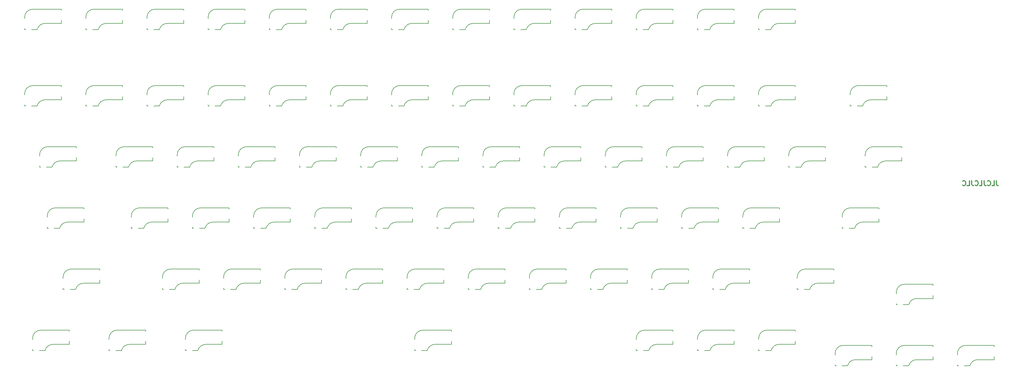
<source format=gbr>
%TF.GenerationSoftware,KiCad,Pcbnew,6.0.11-2627ca5db0~126~ubuntu22.04.1*%
%TF.CreationDate,2023-04-02T11:01:56+08:00*%
%TF.ProjectId,explorekb75,6578706c-6f72-4656-9b62-37352e6b6963,rev?*%
%TF.SameCoordinates,Original*%
%TF.FileFunction,Legend,Bot*%
%TF.FilePolarity,Positive*%
%FSLAX46Y46*%
G04 Gerber Fmt 4.6, Leading zero omitted, Abs format (unit mm)*
G04 Created by KiCad (PCBNEW 6.0.11-2627ca5db0~126~ubuntu22.04.1) date 2023-04-02 11:01:56*
%MOMM*%
%LPD*%
G01*
G04 APERTURE LIST*
%ADD10C,0.300000*%
%ADD11C,0.150000*%
G04 APERTURE END LIST*
D10*
X379700000Y-123978571D02*
X379700000Y-125050000D01*
X379771428Y-125264285D01*
X379914285Y-125407142D01*
X380128571Y-125478571D01*
X380271428Y-125478571D01*
X378271428Y-125478571D02*
X378985714Y-125478571D01*
X378985714Y-123978571D01*
X376914285Y-125335714D02*
X376985714Y-125407142D01*
X377200000Y-125478571D01*
X377342857Y-125478571D01*
X377557142Y-125407142D01*
X377700000Y-125264285D01*
X377771428Y-125121428D01*
X377842857Y-124835714D01*
X377842857Y-124621428D01*
X377771428Y-124335714D01*
X377700000Y-124192857D01*
X377557142Y-124050000D01*
X377342857Y-123978571D01*
X377200000Y-123978571D01*
X376985714Y-124050000D01*
X376914285Y-124121428D01*
X375842857Y-123978571D02*
X375842857Y-125050000D01*
X375914285Y-125264285D01*
X376057142Y-125407142D01*
X376271428Y-125478571D01*
X376414285Y-125478571D01*
X374414285Y-125478571D02*
X375128571Y-125478571D01*
X375128571Y-123978571D01*
X373057142Y-125335714D02*
X373128571Y-125407142D01*
X373342857Y-125478571D01*
X373485714Y-125478571D01*
X373700000Y-125407142D01*
X373842857Y-125264285D01*
X373914285Y-125121428D01*
X373985714Y-124835714D01*
X373985714Y-124621428D01*
X373914285Y-124335714D01*
X373842857Y-124192857D01*
X373700000Y-124050000D01*
X373485714Y-123978571D01*
X373342857Y-123978571D01*
X373128571Y-124050000D01*
X373057142Y-124121428D01*
X371985714Y-123978571D02*
X371985714Y-125050000D01*
X372057142Y-125264285D01*
X372200000Y-125407142D01*
X372414285Y-125478571D01*
X372557142Y-125478571D01*
X370557142Y-125478571D02*
X371271428Y-125478571D01*
X371271428Y-123978571D01*
X369200000Y-125335714D02*
X369271428Y-125407142D01*
X369485714Y-125478571D01*
X369628571Y-125478571D01*
X369842857Y-125407142D01*
X369985714Y-125264285D01*
X370057142Y-125121428D01*
X370128571Y-124835714D01*
X370128571Y-124621428D01*
X370057142Y-124335714D01*
X369985714Y-124192857D01*
X369842857Y-124050000D01*
X369628571Y-123978571D01*
X369485714Y-123978571D01*
X369271428Y-124050000D01*
X369200000Y-124121428D01*
D11*
%TO.C,SW6*%
X172187485Y-73030000D02*
X172187485Y-73411000D01*
X176073323Y-76840000D02*
X174346485Y-76840000D01*
X183617485Y-73919000D02*
X183617485Y-74935000D01*
X172568485Y-76840000D02*
X172187485Y-76840000D01*
X183617485Y-70490000D02*
X183617485Y-70871000D01*
X174727485Y-70490000D02*
X183617485Y-70490000D01*
X183617485Y-74935000D02*
X178537485Y-74935000D01*
X172187485Y-76459000D02*
X172187485Y-76840000D01*
X178537485Y-74934999D02*
G75*
G03*
X176073323Y-76858960I0J-2540000D01*
G01*
X174727485Y-70490000D02*
G75*
G03*
X172187485Y-73030000I1J-2540001D01*
G01*
%TO.C,SW1*%
X76937485Y-76459000D02*
X76937485Y-76840000D01*
X88367485Y-70490000D02*
X88367485Y-70871000D01*
X88367485Y-73919000D02*
X88367485Y-74935000D01*
X80823323Y-76840000D02*
X79096485Y-76840000D01*
X76937485Y-73030000D02*
X76937485Y-73411000D01*
X88367485Y-74935000D02*
X83287485Y-74935000D01*
X79477485Y-70490000D02*
X88367485Y-70490000D01*
X77318485Y-76840000D02*
X76937485Y-76840000D01*
X79477485Y-70490000D02*
G75*
G03*
X76937485Y-73030000I1J-2540001D01*
G01*
X83287485Y-74934999D02*
G75*
G03*
X80823323Y-76858960I0J-2540000D01*
G01*
%TO.C,SW54*%
X284164985Y-132402500D02*
X293054985Y-132402500D01*
X293054985Y-135831500D02*
X293054985Y-136847500D01*
X293054985Y-136847500D02*
X287974985Y-136847500D01*
X282005985Y-138752500D02*
X281624985Y-138752500D01*
X281624985Y-138371500D02*
X281624985Y-138752500D01*
X285510823Y-138752500D02*
X283783985Y-138752500D01*
X293054985Y-132402500D02*
X293054985Y-132783500D01*
X281624985Y-134942500D02*
X281624985Y-135323500D01*
X287974985Y-136847499D02*
G75*
G03*
X285510823Y-138771460I0J-2540000D01*
G01*
X284164985Y-132402500D02*
G75*
G03*
X281624985Y-134942500I1J-2540001D01*
G01*
%TO.C,SW62*%
X196443485Y-157802500D02*
X196062485Y-157802500D01*
X207492485Y-154881500D02*
X207492485Y-155897500D01*
X196062485Y-153992500D02*
X196062485Y-154373500D01*
X196062485Y-157421500D02*
X196062485Y-157802500D01*
X207492485Y-155897500D02*
X202412485Y-155897500D01*
X199948323Y-157802500D02*
X198221485Y-157802500D01*
X207492485Y-151452500D02*
X207492485Y-151833500D01*
X198602485Y-151452500D02*
X207492485Y-151452500D01*
X202412485Y-155897499D02*
G75*
G03*
X199948323Y-157821460I0J-2540000D01*
G01*
X198602485Y-151452500D02*
G75*
G03*
X196062485Y-153992500I1J-2540001D01*
G01*
%TO.C,SW43*%
X350204985Y-116781500D02*
X350204985Y-117797500D01*
X342660823Y-119702500D02*
X340933985Y-119702500D01*
X338774985Y-119321500D02*
X338774985Y-119702500D01*
X350204985Y-117797500D02*
X345124985Y-117797500D01*
X341314985Y-113352500D02*
X350204985Y-113352500D01*
X338774985Y-115892500D02*
X338774985Y-116273500D01*
X339155985Y-119702500D02*
X338774985Y-119702500D01*
X350204985Y-113352500D02*
X350204985Y-113733500D01*
X341314985Y-113352500D02*
G75*
G03*
X338774985Y-115892500I1J-2540001D01*
G01*
X345124985Y-117797499D02*
G75*
G03*
X342660823Y-119721460I0J-2540000D01*
G01*
%TO.C,SW74*%
X278929985Y-170502500D02*
X278929985Y-170883500D01*
X271385823Y-176852500D02*
X269658985Y-176852500D01*
X270039985Y-170502500D02*
X278929985Y-170502500D01*
X267499985Y-173042500D02*
X267499985Y-173423500D01*
X278929985Y-174947500D02*
X273849985Y-174947500D01*
X278929985Y-173931500D02*
X278929985Y-174947500D01*
X267499985Y-176471500D02*
X267499985Y-176852500D01*
X267880985Y-176852500D02*
X267499985Y-176852500D01*
X273849985Y-174947499D02*
G75*
G03*
X271385823Y-176871460I0J-2540000D01*
G01*
X270039985Y-170502500D02*
G75*
G03*
X267499985Y-173042500I1J-2540001D01*
G01*
%TO.C,SW60*%
X157962485Y-157421500D02*
X157962485Y-157802500D01*
X160502485Y-151452500D02*
X169392485Y-151452500D01*
X169392485Y-151452500D02*
X169392485Y-151833500D01*
X169392485Y-154881500D02*
X169392485Y-155897500D01*
X157962485Y-153992500D02*
X157962485Y-154373500D01*
X169392485Y-155897500D02*
X164312485Y-155897500D01*
X161848323Y-157802500D02*
X160121485Y-157802500D01*
X158343485Y-157802500D02*
X157962485Y-157802500D01*
X164312485Y-155897499D02*
G75*
G03*
X161848323Y-157821460I0J-2540000D01*
G01*
X160502485Y-151452500D02*
G75*
G03*
X157962485Y-153992500I1J-2540001D01*
G01*
%TO.C,SW69*%
X352348323Y-162565000D02*
X350621485Y-162565000D01*
X359892485Y-156215000D02*
X359892485Y-156596000D01*
X351002485Y-156215000D02*
X359892485Y-156215000D01*
X359892485Y-160660000D02*
X354812485Y-160660000D01*
X348462485Y-158755000D02*
X348462485Y-159136000D01*
X359892485Y-159644000D02*
X359892485Y-160660000D01*
X348843485Y-162565000D02*
X348462485Y-162565000D01*
X348462485Y-162184000D02*
X348462485Y-162565000D01*
X354812485Y-160659999D02*
G75*
G03*
X352348323Y-162583960I0J-2540000D01*
G01*
X351002485Y-156215000D02*
G75*
G03*
X348462485Y-158755000I1J-2540001D01*
G01*
%TO.C,SW67*%
X293852485Y-151452500D02*
X302742485Y-151452500D01*
X291693485Y-157802500D02*
X291312485Y-157802500D01*
X295198323Y-157802500D02*
X293471485Y-157802500D01*
X302742485Y-155897500D02*
X297662485Y-155897500D01*
X291312485Y-157421500D02*
X291312485Y-157802500D01*
X291312485Y-153992500D02*
X291312485Y-154373500D01*
X302742485Y-151452500D02*
X302742485Y-151833500D01*
X302742485Y-154881500D02*
X302742485Y-155897500D01*
X293852485Y-151452500D02*
G75*
G03*
X291312485Y-153992500I1J-2540001D01*
G01*
X297662485Y-155897499D02*
G75*
G03*
X295198323Y-157821460I0J-2540000D01*
G01*
%TO.C,SW31*%
X116842485Y-117797500D02*
X111762485Y-117797500D01*
X105412485Y-119321500D02*
X105412485Y-119702500D01*
X105412485Y-115892500D02*
X105412485Y-116273500D01*
X116842485Y-113352500D02*
X116842485Y-113733500D01*
X107952485Y-113352500D02*
X116842485Y-113352500D01*
X109298323Y-119702500D02*
X107571485Y-119702500D01*
X116842485Y-116781500D02*
X116842485Y-117797500D01*
X105793485Y-119702500D02*
X105412485Y-119702500D01*
X107952485Y-113352500D02*
G75*
G03*
X105412485Y-115892500I1J-2540001D01*
G01*
X111762485Y-117797499D02*
G75*
G03*
X109298323Y-119721460I0J-2540000D01*
G01*
%TO.C,SW72*%
X138461235Y-173931500D02*
X138461235Y-174947500D01*
X138461235Y-174947500D02*
X133381235Y-174947500D01*
X127031235Y-173042500D02*
X127031235Y-173423500D01*
X130917073Y-176852500D02*
X129190235Y-176852500D01*
X127412235Y-176852500D02*
X127031235Y-176852500D01*
X129571235Y-170502500D02*
X138461235Y-170502500D01*
X138461235Y-170502500D02*
X138461235Y-170883500D01*
X127031235Y-176471500D02*
X127031235Y-176852500D01*
X129571235Y-170502500D02*
G75*
G03*
X127031235Y-173042500I1J-2540001D01*
G01*
X133381235Y-174947499D02*
G75*
G03*
X130917073Y-176871460I0J-2540000D01*
G01*
%TO.C,SW53*%
X274004985Y-135831500D02*
X274004985Y-136847500D01*
X265114985Y-132402500D02*
X274004985Y-132402500D01*
X266460823Y-138752500D02*
X264733985Y-138752500D01*
X262955985Y-138752500D02*
X262574985Y-138752500D01*
X262574985Y-134942500D02*
X262574985Y-135323500D01*
X262574985Y-138371500D02*
X262574985Y-138752500D01*
X274004985Y-136847500D02*
X268924985Y-136847500D01*
X274004985Y-132402500D02*
X274004985Y-132783500D01*
X265114985Y-132402500D02*
G75*
G03*
X262574985Y-134942500I1J-2540001D01*
G01*
X268924985Y-136847499D02*
G75*
G03*
X266460823Y-138771460I0J-2540000D01*
G01*
%TO.C,SW34*%
X173992485Y-116781500D02*
X173992485Y-117797500D01*
X162562485Y-115892500D02*
X162562485Y-116273500D01*
X162562485Y-119321500D02*
X162562485Y-119702500D01*
X162943485Y-119702500D02*
X162562485Y-119702500D01*
X173992485Y-113352500D02*
X173992485Y-113733500D01*
X165102485Y-113352500D02*
X173992485Y-113352500D01*
X173992485Y-117797500D02*
X168912485Y-117797500D01*
X166448323Y-119702500D02*
X164721485Y-119702500D01*
X165102485Y-113352500D02*
G75*
G03*
X162562485Y-115892500I1J-2540001D01*
G01*
X168912485Y-117797499D02*
G75*
G03*
X166448323Y-119721460I0J-2540000D01*
G01*
%TO.C,SW22*%
X191237485Y-100271500D02*
X191237485Y-100652500D01*
X193777485Y-94302500D02*
X202667485Y-94302500D01*
X202667485Y-94302500D02*
X202667485Y-94683500D01*
X191618485Y-100652500D02*
X191237485Y-100652500D01*
X202667485Y-97731500D02*
X202667485Y-98747500D01*
X202667485Y-98747500D02*
X197587485Y-98747500D01*
X191237485Y-96842500D02*
X191237485Y-97223500D01*
X195123323Y-100652500D02*
X193396485Y-100652500D01*
X193777485Y-94302500D02*
G75*
G03*
X191237485Y-96842500I1J-2540001D01*
G01*
X197587485Y-98747499D02*
G75*
G03*
X195123323Y-100671460I0J-2540000D01*
G01*
%TO.C,SW48*%
X167324985Y-138371500D02*
X167324985Y-138752500D01*
X178754985Y-132402500D02*
X178754985Y-132783500D01*
X167705985Y-138752500D02*
X167324985Y-138752500D01*
X167324985Y-134942500D02*
X167324985Y-135323500D01*
X178754985Y-135831500D02*
X178754985Y-136847500D01*
X169864985Y-132402500D02*
X178754985Y-132402500D01*
X178754985Y-136847500D02*
X173674985Y-136847500D01*
X171210823Y-138752500D02*
X169483985Y-138752500D01*
X173674985Y-136847499D02*
G75*
G03*
X171210823Y-138771460I0J-2540000D01*
G01*
X169864985Y-132402500D02*
G75*
G03*
X167324985Y-134942500I1J-2540001D01*
G01*
%TO.C,SW4*%
X137973323Y-76840000D02*
X136246485Y-76840000D01*
X145517485Y-74935000D02*
X140437485Y-74935000D01*
X145517485Y-70490000D02*
X145517485Y-70871000D01*
X136627485Y-70490000D02*
X145517485Y-70490000D01*
X134087485Y-73030000D02*
X134087485Y-73411000D01*
X134087485Y-76459000D02*
X134087485Y-76840000D01*
X145517485Y-73919000D02*
X145517485Y-74935000D01*
X134468485Y-76840000D02*
X134087485Y-76840000D01*
X136627485Y-70490000D02*
G75*
G03*
X134087485Y-73030000I1J-2540001D01*
G01*
X140437485Y-74934999D02*
G75*
G03*
X137973323Y-76858960I0J-2540000D01*
G01*
%TO.C,SW58*%
X120268485Y-157802500D02*
X119887485Y-157802500D01*
X131317485Y-151452500D02*
X131317485Y-151833500D01*
X131317485Y-154881500D02*
X131317485Y-155897500D01*
X122427485Y-151452500D02*
X131317485Y-151452500D01*
X119887485Y-157421500D02*
X119887485Y-157802500D01*
X123773323Y-157802500D02*
X122046485Y-157802500D01*
X131317485Y-155897500D02*
X126237485Y-155897500D01*
X119887485Y-153992500D02*
X119887485Y-154373500D01*
X122427485Y-151452500D02*
G75*
G03*
X119887485Y-153992500I1J-2540001D01*
G01*
X126237485Y-155897499D02*
G75*
G03*
X123773323Y-157821460I0J-2540000D01*
G01*
%TO.C,SW36*%
X200662485Y-115892500D02*
X200662485Y-116273500D01*
X203202485Y-113352500D02*
X212092485Y-113352500D01*
X212092485Y-116781500D02*
X212092485Y-117797500D01*
X204548323Y-119702500D02*
X202821485Y-119702500D01*
X201043485Y-119702500D02*
X200662485Y-119702500D01*
X212092485Y-113352500D02*
X212092485Y-113733500D01*
X200662485Y-119321500D02*
X200662485Y-119702500D01*
X212092485Y-117797500D02*
X207012485Y-117797500D01*
X207012485Y-117797499D02*
G75*
G03*
X204548323Y-119721460I0J-2540000D01*
G01*
X203202485Y-113352500D02*
G75*
G03*
X200662485Y-115892500I1J-2540001D01*
G01*
%TO.C,SW38*%
X250192485Y-117797500D02*
X245112485Y-117797500D01*
X238762485Y-115892500D02*
X238762485Y-116273500D01*
X239143485Y-119702500D02*
X238762485Y-119702500D01*
X238762485Y-119321500D02*
X238762485Y-119702500D01*
X250192485Y-116781500D02*
X250192485Y-117797500D01*
X241302485Y-113352500D02*
X250192485Y-113352500D01*
X242648323Y-119702500D02*
X240921485Y-119702500D01*
X250192485Y-113352500D02*
X250192485Y-113733500D01*
X241302485Y-113352500D02*
G75*
G03*
X238762485Y-115892500I1J-2540001D01*
G01*
X245112485Y-117797499D02*
G75*
G03*
X242648323Y-119721460I0J-2540000D01*
G01*
%TO.C,SW35*%
X181993485Y-119702500D02*
X181612485Y-119702500D01*
X193042485Y-113352500D02*
X193042485Y-113733500D01*
X193042485Y-116781500D02*
X193042485Y-117797500D01*
X193042485Y-117797500D02*
X187962485Y-117797500D01*
X184152485Y-113352500D02*
X193042485Y-113352500D01*
X181612485Y-119321500D02*
X181612485Y-119702500D01*
X181612485Y-115892500D02*
X181612485Y-116273500D01*
X185498323Y-119702500D02*
X183771485Y-119702500D01*
X187962485Y-117797499D02*
G75*
G03*
X185498323Y-119721460I0J-2540000D01*
G01*
X184152485Y-113352500D02*
G75*
G03*
X181612485Y-115892500I1J-2540001D01*
G01*
%TO.C,SW9*%
X229337485Y-73030000D02*
X229337485Y-73411000D01*
X240767485Y-70490000D02*
X240767485Y-70871000D01*
X233223323Y-76840000D02*
X231496485Y-76840000D01*
X231877485Y-70490000D02*
X240767485Y-70490000D01*
X240767485Y-73919000D02*
X240767485Y-74935000D01*
X240767485Y-74935000D02*
X235687485Y-74935000D01*
X229718485Y-76840000D02*
X229337485Y-76840000D01*
X229337485Y-76459000D02*
X229337485Y-76840000D01*
X235687485Y-74934999D02*
G75*
G03*
X233223323Y-76858960I0J-2540000D01*
G01*
X231877485Y-70490000D02*
G75*
G03*
X229337485Y-73030000I1J-2540001D01*
G01*
%TO.C,SW52*%
X254954985Y-135831500D02*
X254954985Y-136847500D01*
X243524985Y-138371500D02*
X243524985Y-138752500D01*
X254954985Y-132402500D02*
X254954985Y-132783500D01*
X243524985Y-134942500D02*
X243524985Y-135323500D01*
X246064985Y-132402500D02*
X254954985Y-132402500D01*
X254954985Y-136847500D02*
X249874985Y-136847500D01*
X243905985Y-138752500D02*
X243524985Y-138752500D01*
X247410823Y-138752500D02*
X245683985Y-138752500D01*
X246064985Y-132402500D02*
G75*
G03*
X243524985Y-134942500I1J-2540001D01*
G01*
X249874985Y-136847499D02*
G75*
G03*
X247410823Y-138771460I0J-2540000D01*
G01*
%TO.C,SW25*%
X248387485Y-96842500D02*
X248387485Y-97223500D01*
X248768485Y-100652500D02*
X248387485Y-100652500D01*
X250927485Y-94302500D02*
X259817485Y-94302500D01*
X252273323Y-100652500D02*
X250546485Y-100652500D01*
X259817485Y-98747500D02*
X254737485Y-98747500D01*
X248387485Y-100271500D02*
X248387485Y-100652500D01*
X259817485Y-97731500D02*
X259817485Y-98747500D01*
X259817485Y-94302500D02*
X259817485Y-94683500D01*
X250927485Y-94302500D02*
G75*
G03*
X248387485Y-96842500I1J-2540001D01*
G01*
X254737485Y-98747499D02*
G75*
G03*
X252273323Y-100671460I0J-2540000D01*
G01*
%TO.C,SW41*%
X295912485Y-115892500D02*
X295912485Y-116273500D01*
X307342485Y-116781500D02*
X307342485Y-117797500D01*
X296293485Y-119702500D02*
X295912485Y-119702500D01*
X307342485Y-117797500D02*
X302262485Y-117797500D01*
X307342485Y-113352500D02*
X307342485Y-113733500D01*
X295912485Y-119321500D02*
X295912485Y-119702500D01*
X299798323Y-119702500D02*
X298071485Y-119702500D01*
X298452485Y-113352500D02*
X307342485Y-113352500D01*
X298452485Y-113352500D02*
G75*
G03*
X295912485Y-115892500I1J-2540001D01*
G01*
X302262485Y-117797499D02*
G75*
G03*
X299798323Y-119721460I0J-2540000D01*
G01*
%TO.C,SW56*%
X343061235Y-135831500D02*
X343061235Y-136847500D01*
X332012235Y-138752500D02*
X331631235Y-138752500D01*
X343061235Y-136847500D02*
X337981235Y-136847500D01*
X334171235Y-132402500D02*
X343061235Y-132402500D01*
X331631235Y-138371500D02*
X331631235Y-138752500D01*
X331631235Y-134942500D02*
X331631235Y-135323500D01*
X335517073Y-138752500D02*
X333790235Y-138752500D01*
X343061235Y-132402500D02*
X343061235Y-132783500D01*
X334171235Y-132402500D02*
G75*
G03*
X331631235Y-134942500I1J-2540001D01*
G01*
X337981235Y-136847499D02*
G75*
G03*
X335517073Y-138771460I0J-2540000D01*
G01*
%TO.C,SW2*%
X107417485Y-70490000D02*
X107417485Y-70871000D01*
X95987485Y-76459000D02*
X95987485Y-76840000D01*
X95987485Y-73030000D02*
X95987485Y-73411000D01*
X107417485Y-74935000D02*
X102337485Y-74935000D01*
X98527485Y-70490000D02*
X107417485Y-70490000D01*
X96368485Y-76840000D02*
X95987485Y-76840000D01*
X99873323Y-76840000D02*
X98146485Y-76840000D01*
X107417485Y-73919000D02*
X107417485Y-74935000D01*
X102337485Y-74934999D02*
G75*
G03*
X99873323Y-76858960I0J-2540000D01*
G01*
X98527485Y-70490000D02*
G75*
G03*
X95987485Y-73030000I1J-2540001D01*
G01*
%TO.C,SW7*%
X195123323Y-76840000D02*
X193396485Y-76840000D01*
X191237485Y-76459000D02*
X191237485Y-76840000D01*
X202667485Y-74935000D02*
X197587485Y-74935000D01*
X191618485Y-76840000D02*
X191237485Y-76840000D01*
X193777485Y-70490000D02*
X202667485Y-70490000D01*
X202667485Y-70490000D02*
X202667485Y-70871000D01*
X202667485Y-73919000D02*
X202667485Y-74935000D01*
X191237485Y-73030000D02*
X191237485Y-73411000D01*
X193777485Y-70490000D02*
G75*
G03*
X191237485Y-73030000I1J-2540001D01*
G01*
X197587485Y-74934999D02*
G75*
G03*
X195123323Y-76858960I0J-2540000D01*
G01*
%TO.C,SW42*%
X314962485Y-115892500D02*
X314962485Y-116273500D01*
X315343485Y-119702500D02*
X314962485Y-119702500D01*
X318848323Y-119702500D02*
X317121485Y-119702500D01*
X317502485Y-113352500D02*
X326392485Y-113352500D01*
X326392485Y-113352500D02*
X326392485Y-113733500D01*
X326392485Y-117797500D02*
X321312485Y-117797500D01*
X314962485Y-119321500D02*
X314962485Y-119702500D01*
X326392485Y-116781500D02*
X326392485Y-117797500D01*
X317502485Y-113352500D02*
G75*
G03*
X314962485Y-115892500I1J-2540001D01*
G01*
X321312485Y-117797499D02*
G75*
G03*
X318848323Y-119721460I0J-2540000D01*
G01*
%TO.C,SW27*%
X286868485Y-100652500D02*
X286487485Y-100652500D01*
X290373323Y-100652500D02*
X288646485Y-100652500D01*
X297917485Y-98747500D02*
X292837485Y-98747500D01*
X286487485Y-96842500D02*
X286487485Y-97223500D01*
X286487485Y-100271500D02*
X286487485Y-100652500D01*
X289027485Y-94302500D02*
X297917485Y-94302500D01*
X297917485Y-97731500D02*
X297917485Y-98747500D01*
X297917485Y-94302500D02*
X297917485Y-94683500D01*
X289027485Y-94302500D02*
G75*
G03*
X286487485Y-96842500I1J-2540001D01*
G01*
X292837485Y-98747499D02*
G75*
G03*
X290373323Y-100671460I0J-2540000D01*
G01*
%TO.C,SW71*%
X107104573Y-176852500D02*
X105377735Y-176852500D01*
X105758735Y-170502500D02*
X114648735Y-170502500D01*
X103599735Y-176852500D02*
X103218735Y-176852500D01*
X114648735Y-173931500D02*
X114648735Y-174947500D01*
X114648735Y-174947500D02*
X109568735Y-174947500D01*
X103218735Y-176471500D02*
X103218735Y-176852500D01*
X114648735Y-170502500D02*
X114648735Y-170883500D01*
X103218735Y-173042500D02*
X103218735Y-173423500D01*
X105758735Y-170502500D02*
G75*
G03*
X103218735Y-173042500I1J-2540001D01*
G01*
X109568735Y-174947499D02*
G75*
G03*
X107104573Y-176871460I0J-2540000D01*
G01*
%TO.C,SW10*%
X250927485Y-70490000D02*
X259817485Y-70490000D01*
X248387485Y-76459000D02*
X248387485Y-76840000D01*
X259817485Y-73919000D02*
X259817485Y-74935000D01*
X252273323Y-76840000D02*
X250546485Y-76840000D01*
X259817485Y-74935000D02*
X254737485Y-74935000D01*
X248768485Y-76840000D02*
X248387485Y-76840000D01*
X248387485Y-73030000D02*
X248387485Y-73411000D01*
X259817485Y-70490000D02*
X259817485Y-70871000D01*
X250927485Y-70490000D02*
G75*
G03*
X248387485Y-73030000I1J-2540001D01*
G01*
X254737485Y-74934999D02*
G75*
G03*
X252273323Y-76858960I0J-2540000D01*
G01*
%TO.C,SW77*%
X340842485Y-179710000D02*
X335762485Y-179710000D01*
X331952485Y-175265000D02*
X340842485Y-175265000D01*
X340842485Y-175265000D02*
X340842485Y-175646000D01*
X329412485Y-177805000D02*
X329412485Y-178186000D01*
X329412485Y-181234000D02*
X329412485Y-181615000D01*
X340842485Y-178694000D02*
X340842485Y-179710000D01*
X333298323Y-181615000D02*
X331571485Y-181615000D01*
X329793485Y-181615000D02*
X329412485Y-181615000D01*
X331952485Y-175265000D02*
G75*
G03*
X329412485Y-177805000I1J-2540001D01*
G01*
X335762485Y-179709999D02*
G75*
G03*
X333298323Y-181633960I0J-2540000D01*
G01*
%TO.C,SW17*%
X96368485Y-100652500D02*
X95987485Y-100652500D01*
X99873323Y-100652500D02*
X98146485Y-100652500D01*
X107417485Y-97731500D02*
X107417485Y-98747500D01*
X98527485Y-94302500D02*
X107417485Y-94302500D01*
X107417485Y-98747500D02*
X102337485Y-98747500D01*
X95987485Y-96842500D02*
X95987485Y-97223500D01*
X95987485Y-100271500D02*
X95987485Y-100652500D01*
X107417485Y-94302500D02*
X107417485Y-94683500D01*
X98527485Y-94302500D02*
G75*
G03*
X95987485Y-96842500I1J-2540001D01*
G01*
X102337485Y-98747499D02*
G75*
G03*
X99873323Y-100671460I0J-2540000D01*
G01*
%TO.C,SW20*%
X153137485Y-100271500D02*
X153137485Y-100652500D01*
X153518485Y-100652500D02*
X153137485Y-100652500D01*
X157023323Y-100652500D02*
X155296485Y-100652500D01*
X164567485Y-98747500D02*
X159487485Y-98747500D01*
X164567485Y-97731500D02*
X164567485Y-98747500D01*
X164567485Y-94302500D02*
X164567485Y-94683500D01*
X155677485Y-94302500D02*
X164567485Y-94302500D01*
X153137485Y-96842500D02*
X153137485Y-97223500D01*
X155677485Y-94302500D02*
G75*
G03*
X153137485Y-96842500I1J-2540001D01*
G01*
X159487485Y-98747499D02*
G75*
G03*
X157023323Y-100671460I0J-2540000D01*
G01*
%TO.C,SW73*%
X202329573Y-176852500D02*
X200602735Y-176852500D01*
X198824735Y-176852500D02*
X198443735Y-176852500D01*
X198443735Y-173042500D02*
X198443735Y-173423500D01*
X209873735Y-174947500D02*
X204793735Y-174947500D01*
X198443735Y-176471500D02*
X198443735Y-176852500D01*
X209873735Y-170502500D02*
X209873735Y-170883500D01*
X200983735Y-170502500D02*
X209873735Y-170502500D01*
X209873735Y-173931500D02*
X209873735Y-174947500D01*
X204793735Y-174947499D02*
G75*
G03*
X202329573Y-176871460I0J-2540000D01*
G01*
X200983735Y-170502500D02*
G75*
G03*
X198443735Y-173042500I1J-2540001D01*
G01*
%TO.C,SW51*%
X235904985Y-136847500D02*
X230824985Y-136847500D01*
X227014985Y-132402500D02*
X235904985Y-132402500D01*
X224855985Y-138752500D02*
X224474985Y-138752500D01*
X224474985Y-138371500D02*
X224474985Y-138752500D01*
X224474985Y-134942500D02*
X224474985Y-135323500D01*
X235904985Y-135831500D02*
X235904985Y-136847500D01*
X228360823Y-138752500D02*
X226633985Y-138752500D01*
X235904985Y-132402500D02*
X235904985Y-132783500D01*
X227014985Y-132402500D02*
G75*
G03*
X224474985Y-134942500I1J-2540001D01*
G01*
X230824985Y-136847499D02*
G75*
G03*
X228360823Y-138771460I0J-2540000D01*
G01*
%TO.C,SW28*%
X305918485Y-100652500D02*
X305537485Y-100652500D01*
X309423323Y-100652500D02*
X307696485Y-100652500D01*
X316967485Y-94302500D02*
X316967485Y-94683500D01*
X308077485Y-94302500D02*
X316967485Y-94302500D01*
X305537485Y-96842500D02*
X305537485Y-97223500D01*
X316967485Y-98747500D02*
X311887485Y-98747500D01*
X305537485Y-100271500D02*
X305537485Y-100652500D01*
X316967485Y-97731500D02*
X316967485Y-98747500D01*
X311887485Y-98747499D02*
G75*
G03*
X309423323Y-100671460I0J-2540000D01*
G01*
X308077485Y-94302500D02*
G75*
G03*
X305537485Y-96842500I1J-2540001D01*
G01*
%TO.C,SW46*%
X133110823Y-138752500D02*
X131383985Y-138752500D01*
X140654985Y-136847500D02*
X135574985Y-136847500D01*
X129605985Y-138752500D02*
X129224985Y-138752500D01*
X129224985Y-134942500D02*
X129224985Y-135323500D01*
X131764985Y-132402500D02*
X140654985Y-132402500D01*
X129224985Y-138371500D02*
X129224985Y-138752500D01*
X140654985Y-135831500D02*
X140654985Y-136847500D01*
X140654985Y-132402500D02*
X140654985Y-132783500D01*
X135574985Y-136847499D02*
G75*
G03*
X133110823Y-138771460I0J-2540000D01*
G01*
X131764985Y-132402500D02*
G75*
G03*
X129224985Y-134942500I1J-2540001D01*
G01*
%TO.C,SW30*%
X81599985Y-115892500D02*
X81599985Y-116273500D01*
X84139985Y-113352500D02*
X93029985Y-113352500D01*
X93029985Y-117797500D02*
X87949985Y-117797500D01*
X93029985Y-113352500D02*
X93029985Y-113733500D01*
X93029985Y-116781500D02*
X93029985Y-117797500D01*
X81599985Y-119321500D02*
X81599985Y-119702500D01*
X81980985Y-119702500D02*
X81599985Y-119702500D01*
X85485823Y-119702500D02*
X83758985Y-119702500D01*
X84139985Y-113352500D02*
G75*
G03*
X81599985Y-115892500I1J-2540001D01*
G01*
X87949985Y-117797499D02*
G75*
G03*
X85485823Y-119721460I0J-2540000D01*
G01*
%TO.C,SW78*%
X359892485Y-178694000D02*
X359892485Y-179710000D01*
X351002485Y-175265000D02*
X359892485Y-175265000D01*
X348462485Y-177805000D02*
X348462485Y-178186000D01*
X352348323Y-181615000D02*
X350621485Y-181615000D01*
X359892485Y-175265000D02*
X359892485Y-175646000D01*
X348462485Y-181234000D02*
X348462485Y-181615000D01*
X348843485Y-181615000D02*
X348462485Y-181615000D01*
X359892485Y-179710000D02*
X354812485Y-179710000D01*
X354812485Y-179709999D02*
G75*
G03*
X352348323Y-181633960I0J-2540000D01*
G01*
X351002485Y-175265000D02*
G75*
G03*
X348462485Y-177805000I1J-2540001D01*
G01*
%TO.C,SW24*%
X229337485Y-96842500D02*
X229337485Y-97223500D01*
X229718485Y-100652500D02*
X229337485Y-100652500D01*
X231877485Y-94302500D02*
X240767485Y-94302500D01*
X233223323Y-100652500D02*
X231496485Y-100652500D01*
X240767485Y-94302500D02*
X240767485Y-94683500D01*
X240767485Y-97731500D02*
X240767485Y-98747500D01*
X229337485Y-100271500D02*
X229337485Y-100652500D01*
X240767485Y-98747500D02*
X235687485Y-98747500D01*
X231877485Y-94302500D02*
G75*
G03*
X229337485Y-96842500I1J-2540001D01*
G01*
X235687485Y-98747499D02*
G75*
G03*
X233223323Y-100671460I0J-2540000D01*
G01*
%TO.C,SW64*%
X234543485Y-157802500D02*
X234162485Y-157802500D01*
X245592485Y-154881500D02*
X245592485Y-155897500D01*
X234162485Y-153992500D02*
X234162485Y-154373500D01*
X245592485Y-151452500D02*
X245592485Y-151833500D01*
X245592485Y-155897500D02*
X240512485Y-155897500D01*
X234162485Y-157421500D02*
X234162485Y-157802500D01*
X236702485Y-151452500D02*
X245592485Y-151452500D01*
X238048323Y-157802500D02*
X236321485Y-157802500D01*
X236702485Y-151452500D02*
G75*
G03*
X234162485Y-153992500I1J-2540001D01*
G01*
X240512485Y-155897499D02*
G75*
G03*
X238048323Y-157821460I0J-2540000D01*
G01*
%TO.C,SW70*%
X90836235Y-170502500D02*
X90836235Y-170883500D01*
X79406235Y-176471500D02*
X79406235Y-176852500D01*
X79787235Y-176852500D02*
X79406235Y-176852500D01*
X79406235Y-173042500D02*
X79406235Y-173423500D01*
X90836235Y-174947500D02*
X85756235Y-174947500D01*
X83292073Y-176852500D02*
X81565235Y-176852500D01*
X81946235Y-170502500D02*
X90836235Y-170502500D01*
X90836235Y-173931500D02*
X90836235Y-174947500D01*
X85756235Y-174947499D02*
G75*
G03*
X83292073Y-176871460I0J-2540000D01*
G01*
X81946235Y-170502500D02*
G75*
G03*
X79406235Y-173042500I1J-2540001D01*
G01*
%TO.C,SW76*%
X308139985Y-170502500D02*
X317029985Y-170502500D01*
X305980985Y-176852500D02*
X305599985Y-176852500D01*
X305599985Y-176471500D02*
X305599985Y-176852500D01*
X305599985Y-173042500D02*
X305599985Y-173423500D01*
X309485823Y-176852500D02*
X307758985Y-176852500D01*
X317029985Y-173931500D02*
X317029985Y-174947500D01*
X317029985Y-170502500D02*
X317029985Y-170883500D01*
X317029985Y-174947500D02*
X311949985Y-174947500D01*
X311949985Y-174947499D02*
G75*
G03*
X309485823Y-176871460I0J-2540000D01*
G01*
X308139985Y-170502500D02*
G75*
G03*
X305599985Y-173042500I1J-2540001D01*
G01*
%TO.C,SW11*%
X271323323Y-76840000D02*
X269596485Y-76840000D01*
X267818485Y-76840000D02*
X267437485Y-76840000D01*
X278867485Y-73919000D02*
X278867485Y-74935000D01*
X278867485Y-74935000D02*
X273787485Y-74935000D01*
X267437485Y-76459000D02*
X267437485Y-76840000D01*
X267437485Y-73030000D02*
X267437485Y-73411000D01*
X269977485Y-70490000D02*
X278867485Y-70490000D01*
X278867485Y-70490000D02*
X278867485Y-70871000D01*
X273787485Y-74934999D02*
G75*
G03*
X271323323Y-76858960I0J-2540000D01*
G01*
X269977485Y-70490000D02*
G75*
G03*
X267437485Y-73030000I1J-2540001D01*
G01*
%TO.C,SW49*%
X190260823Y-138752500D02*
X188533985Y-138752500D01*
X186374985Y-134942500D02*
X186374985Y-135323500D01*
X197804985Y-132402500D02*
X197804985Y-132783500D01*
X197804985Y-136847500D02*
X192724985Y-136847500D01*
X197804985Y-135831500D02*
X197804985Y-136847500D01*
X188914985Y-132402500D02*
X197804985Y-132402500D01*
X186755985Y-138752500D02*
X186374985Y-138752500D01*
X186374985Y-138371500D02*
X186374985Y-138752500D01*
X192724985Y-136847499D02*
G75*
G03*
X190260823Y-138771460I0J-2540000D01*
G01*
X188914985Y-132402500D02*
G75*
G03*
X186374985Y-134942500I1J-2540001D01*
G01*
%TO.C,SW79*%
X378942485Y-179710000D02*
X373862485Y-179710000D01*
X367512485Y-181234000D02*
X367512485Y-181615000D01*
X370052485Y-175265000D02*
X378942485Y-175265000D01*
X367893485Y-181615000D02*
X367512485Y-181615000D01*
X367512485Y-177805000D02*
X367512485Y-178186000D01*
X371398323Y-181615000D02*
X369671485Y-181615000D01*
X378942485Y-175265000D02*
X378942485Y-175646000D01*
X378942485Y-178694000D02*
X378942485Y-179710000D01*
X370052485Y-175265000D02*
G75*
G03*
X367512485Y-177805000I1J-2540001D01*
G01*
X373862485Y-179709999D02*
G75*
G03*
X371398323Y-181633960I0J-2540000D01*
G01*
%TO.C,SW18*%
X115418485Y-100652500D02*
X115037485Y-100652500D01*
X115037485Y-96842500D02*
X115037485Y-97223500D01*
X115037485Y-100271500D02*
X115037485Y-100652500D01*
X126467485Y-97731500D02*
X126467485Y-98747500D01*
X117577485Y-94302500D02*
X126467485Y-94302500D01*
X126467485Y-98747500D02*
X121387485Y-98747500D01*
X118923323Y-100652500D02*
X117196485Y-100652500D01*
X126467485Y-94302500D02*
X126467485Y-94683500D01*
X121387485Y-98747499D02*
G75*
G03*
X118923323Y-100671460I0J-2540000D01*
G01*
X117577485Y-94302500D02*
G75*
G03*
X115037485Y-96842500I1J-2540001D01*
G01*
%TO.C,SW33*%
X147398323Y-119702500D02*
X145671485Y-119702500D01*
X143893485Y-119702500D02*
X143512485Y-119702500D01*
X143512485Y-119321500D02*
X143512485Y-119702500D01*
X143512485Y-115892500D02*
X143512485Y-116273500D01*
X154942485Y-117797500D02*
X149862485Y-117797500D01*
X154942485Y-113352500D02*
X154942485Y-113733500D01*
X154942485Y-116781500D02*
X154942485Y-117797500D01*
X146052485Y-113352500D02*
X154942485Y-113352500D01*
X146052485Y-113352500D02*
G75*
G03*
X143512485Y-115892500I1J-2540001D01*
G01*
X149862485Y-117797499D02*
G75*
G03*
X147398323Y-119721460I0J-2540000D01*
G01*
%TO.C,SW68*%
X329061235Y-155897500D02*
X323981235Y-155897500D01*
X317631235Y-153992500D02*
X317631235Y-154373500D01*
X318012235Y-157802500D02*
X317631235Y-157802500D01*
X321517073Y-157802500D02*
X319790235Y-157802500D01*
X320171235Y-151452500D02*
X329061235Y-151452500D01*
X317631235Y-157421500D02*
X317631235Y-157802500D01*
X329061235Y-151452500D02*
X329061235Y-151833500D01*
X329061235Y-154881500D02*
X329061235Y-155897500D01*
X323981235Y-155897499D02*
G75*
G03*
X321517073Y-157821460I0J-2540000D01*
G01*
X320171235Y-151452500D02*
G75*
G03*
X317631235Y-153992500I1J-2540001D01*
G01*
%TO.C,SW47*%
X148655985Y-138752500D02*
X148274985Y-138752500D01*
X152160823Y-138752500D02*
X150433985Y-138752500D01*
X159704985Y-135831500D02*
X159704985Y-136847500D01*
X159704985Y-132402500D02*
X159704985Y-132783500D01*
X150814985Y-132402500D02*
X159704985Y-132402500D01*
X148274985Y-134942500D02*
X148274985Y-135323500D01*
X148274985Y-138371500D02*
X148274985Y-138752500D01*
X159704985Y-136847500D02*
X154624985Y-136847500D01*
X150814985Y-132402500D02*
G75*
G03*
X148274985Y-134942500I1J-2540001D01*
G01*
X154624985Y-136847499D02*
G75*
G03*
X152160823Y-138771460I0J-2540000D01*
G01*
%TO.C,SW50*%
X216854985Y-136847500D02*
X211774985Y-136847500D01*
X205424985Y-134942500D02*
X205424985Y-135323500D01*
X209310823Y-138752500D02*
X207583985Y-138752500D01*
X205805985Y-138752500D02*
X205424985Y-138752500D01*
X205424985Y-138371500D02*
X205424985Y-138752500D01*
X216854985Y-135831500D02*
X216854985Y-136847500D01*
X207964985Y-132402500D02*
X216854985Y-132402500D01*
X216854985Y-132402500D02*
X216854985Y-132783500D01*
X207964985Y-132402500D02*
G75*
G03*
X205424985Y-134942500I1J-2540001D01*
G01*
X211774985Y-136847499D02*
G75*
G03*
X209310823Y-138771460I0J-2540000D01*
G01*
%TO.C,SW32*%
X135892485Y-116781500D02*
X135892485Y-117797500D01*
X127002485Y-113352500D02*
X135892485Y-113352500D01*
X135892485Y-113352500D02*
X135892485Y-113733500D01*
X124843485Y-119702500D02*
X124462485Y-119702500D01*
X124462485Y-119321500D02*
X124462485Y-119702500D01*
X135892485Y-117797500D02*
X130812485Y-117797500D01*
X128348323Y-119702500D02*
X126621485Y-119702500D01*
X124462485Y-115892500D02*
X124462485Y-116273500D01*
X130812485Y-117797499D02*
G75*
G03*
X128348323Y-119721460I0J-2540000D01*
G01*
X127002485Y-113352500D02*
G75*
G03*
X124462485Y-115892500I1J-2540001D01*
G01*
%TO.C,SW57*%
X92817073Y-157802500D02*
X91090235Y-157802500D01*
X100361235Y-154881500D02*
X100361235Y-155897500D01*
X88931235Y-157421500D02*
X88931235Y-157802500D01*
X91471235Y-151452500D02*
X100361235Y-151452500D01*
X100361235Y-155897500D02*
X95281235Y-155897500D01*
X100361235Y-151452500D02*
X100361235Y-151833500D01*
X89312235Y-157802500D02*
X88931235Y-157802500D01*
X88931235Y-153992500D02*
X88931235Y-154373500D01*
X95281235Y-155897499D02*
G75*
G03*
X92817073Y-157821460I0J-2540000D01*
G01*
X91471235Y-151452500D02*
G75*
G03*
X88931235Y-153992500I1J-2540001D01*
G01*
%TO.C,SW26*%
X269977485Y-94302500D02*
X278867485Y-94302500D01*
X267437485Y-100271500D02*
X267437485Y-100652500D01*
X267818485Y-100652500D02*
X267437485Y-100652500D01*
X278867485Y-94302500D02*
X278867485Y-94683500D01*
X278867485Y-97731500D02*
X278867485Y-98747500D01*
X271323323Y-100652500D02*
X269596485Y-100652500D01*
X267437485Y-96842500D02*
X267437485Y-97223500D01*
X278867485Y-98747500D02*
X273787485Y-98747500D01*
X269977485Y-94302500D02*
G75*
G03*
X267437485Y-96842500I1J-2540001D01*
G01*
X273787485Y-98747499D02*
G75*
G03*
X271323323Y-100671460I0J-2540000D01*
G01*
%TO.C,SW21*%
X176073323Y-100652500D02*
X174346485Y-100652500D01*
X183617485Y-98747500D02*
X178537485Y-98747500D01*
X172187485Y-96842500D02*
X172187485Y-97223500D01*
X172187485Y-100271500D02*
X172187485Y-100652500D01*
X183617485Y-97731500D02*
X183617485Y-98747500D01*
X183617485Y-94302500D02*
X183617485Y-94683500D01*
X172568485Y-100652500D02*
X172187485Y-100652500D01*
X174727485Y-94302500D02*
X183617485Y-94302500D01*
X178537485Y-98747499D02*
G75*
G03*
X176073323Y-100671460I0J-2540000D01*
G01*
X174727485Y-94302500D02*
G75*
G03*
X172187485Y-96842500I1J-2540001D01*
G01*
%TO.C,SW23*%
X221717485Y-98747500D02*
X216637485Y-98747500D01*
X221717485Y-97731500D02*
X221717485Y-98747500D01*
X210668485Y-100652500D02*
X210287485Y-100652500D01*
X210287485Y-100271500D02*
X210287485Y-100652500D01*
X212827485Y-94302500D02*
X221717485Y-94302500D01*
X221717485Y-94302500D02*
X221717485Y-94683500D01*
X210287485Y-96842500D02*
X210287485Y-97223500D01*
X214173323Y-100652500D02*
X212446485Y-100652500D01*
X212827485Y-94302500D02*
G75*
G03*
X210287485Y-96842500I1J-2540001D01*
G01*
X216637485Y-98747499D02*
G75*
G03*
X214173323Y-100671460I0J-2540000D01*
G01*
%TO.C,SW44*%
X83981235Y-138371500D02*
X83981235Y-138752500D01*
X86521235Y-132402500D02*
X95411235Y-132402500D01*
X87867073Y-138752500D02*
X86140235Y-138752500D01*
X95411235Y-136847500D02*
X90331235Y-136847500D01*
X95411235Y-132402500D02*
X95411235Y-132783500D01*
X84362235Y-138752500D02*
X83981235Y-138752500D01*
X95411235Y-135831500D02*
X95411235Y-136847500D01*
X83981235Y-134942500D02*
X83981235Y-135323500D01*
X86521235Y-132402500D02*
G75*
G03*
X83981235Y-134942500I1J-2540001D01*
G01*
X90331235Y-136847499D02*
G75*
G03*
X87867073Y-138771460I0J-2540000D01*
G01*
%TO.C,SW19*%
X134087485Y-96842500D02*
X134087485Y-97223500D01*
X145517485Y-94302500D02*
X145517485Y-94683500D01*
X134087485Y-100271500D02*
X134087485Y-100652500D01*
X145517485Y-98747500D02*
X140437485Y-98747500D01*
X145517485Y-97731500D02*
X145517485Y-98747500D01*
X137973323Y-100652500D02*
X136246485Y-100652500D01*
X136627485Y-94302500D02*
X145517485Y-94302500D01*
X134468485Y-100652500D02*
X134087485Y-100652500D01*
X136627485Y-94302500D02*
G75*
G03*
X134087485Y-96842500I1J-2540001D01*
G01*
X140437485Y-98747499D02*
G75*
G03*
X137973323Y-100671460I0J-2540000D01*
G01*
%TO.C,SW40*%
X276862485Y-119321500D02*
X276862485Y-119702500D01*
X279402485Y-113352500D02*
X288292485Y-113352500D01*
X288292485Y-117797500D02*
X283212485Y-117797500D01*
X288292485Y-116781500D02*
X288292485Y-117797500D01*
X288292485Y-113352500D02*
X288292485Y-113733500D01*
X277243485Y-119702500D02*
X276862485Y-119702500D01*
X280748323Y-119702500D02*
X279021485Y-119702500D01*
X276862485Y-115892500D02*
X276862485Y-116273500D01*
X279402485Y-113352500D02*
G75*
G03*
X276862485Y-115892500I1J-2540001D01*
G01*
X283212485Y-117797499D02*
G75*
G03*
X280748323Y-119721460I0J-2540000D01*
G01*
%TO.C,SW12*%
X290373323Y-76840000D02*
X288646485Y-76840000D01*
X289027485Y-70490000D02*
X297917485Y-70490000D01*
X286487485Y-76459000D02*
X286487485Y-76840000D01*
X297917485Y-74935000D02*
X292837485Y-74935000D01*
X297917485Y-73919000D02*
X297917485Y-74935000D01*
X297917485Y-70490000D02*
X297917485Y-70871000D01*
X286868485Y-76840000D02*
X286487485Y-76840000D01*
X286487485Y-73030000D02*
X286487485Y-73411000D01*
X289027485Y-70490000D02*
G75*
G03*
X286487485Y-73030000I1J-2540001D01*
G01*
X292837485Y-74934999D02*
G75*
G03*
X290373323Y-76858960I0J-2540000D01*
G01*
%TO.C,SW65*%
X253212485Y-157421500D02*
X253212485Y-157802500D01*
X264642485Y-151452500D02*
X264642485Y-151833500D01*
X255752485Y-151452500D02*
X264642485Y-151452500D01*
X253212485Y-153992500D02*
X253212485Y-154373500D01*
X257098323Y-157802500D02*
X255371485Y-157802500D01*
X253593485Y-157802500D02*
X253212485Y-157802500D01*
X264642485Y-154881500D02*
X264642485Y-155897500D01*
X264642485Y-155897500D02*
X259562485Y-155897500D01*
X259562485Y-155897499D02*
G75*
G03*
X257098323Y-157821460I0J-2540000D01*
G01*
X255752485Y-151452500D02*
G75*
G03*
X253212485Y-153992500I1J-2540001D01*
G01*
%TO.C,SW16*%
X88367485Y-94302500D02*
X88367485Y-94683500D01*
X88367485Y-97731500D02*
X88367485Y-98747500D01*
X79477485Y-94302500D02*
X88367485Y-94302500D01*
X80823323Y-100652500D02*
X79096485Y-100652500D01*
X76937485Y-96842500D02*
X76937485Y-97223500D01*
X76937485Y-100271500D02*
X76937485Y-100652500D01*
X77318485Y-100652500D02*
X76937485Y-100652500D01*
X88367485Y-98747500D02*
X83287485Y-98747500D01*
X79477485Y-94302500D02*
G75*
G03*
X76937485Y-96842500I1J-2540001D01*
G01*
X83287485Y-98747499D02*
G75*
G03*
X80823323Y-100671460I0J-2540000D01*
G01*
%TO.C,SW45*%
X121604985Y-135831500D02*
X121604985Y-136847500D01*
X114060823Y-138752500D02*
X112333985Y-138752500D01*
X121604985Y-136847500D02*
X116524985Y-136847500D01*
X110174985Y-134942500D02*
X110174985Y-135323500D01*
X112714985Y-132402500D02*
X121604985Y-132402500D01*
X121604985Y-132402500D02*
X121604985Y-132783500D01*
X110555985Y-138752500D02*
X110174985Y-138752500D01*
X110174985Y-138371500D02*
X110174985Y-138752500D01*
X116524985Y-136847499D02*
G75*
G03*
X114060823Y-138771460I0J-2540000D01*
G01*
X112714985Y-132402500D02*
G75*
G03*
X110174985Y-134942500I1J-2540001D01*
G01*
%TO.C,SW37*%
X219712485Y-119321500D02*
X219712485Y-119702500D01*
X222252485Y-113352500D02*
X231142485Y-113352500D01*
X231142485Y-113352500D02*
X231142485Y-113733500D01*
X223598323Y-119702500D02*
X221871485Y-119702500D01*
X231142485Y-117797500D02*
X226062485Y-117797500D01*
X231142485Y-116781500D02*
X231142485Y-117797500D01*
X220093485Y-119702500D02*
X219712485Y-119702500D01*
X219712485Y-115892500D02*
X219712485Y-116273500D01*
X222252485Y-113352500D02*
G75*
G03*
X219712485Y-115892500I1J-2540001D01*
G01*
X226062485Y-117797499D02*
G75*
G03*
X223598323Y-119721460I0J-2540000D01*
G01*
%TO.C,SW5*%
X153518485Y-76840000D02*
X153137485Y-76840000D01*
X157023323Y-76840000D02*
X155296485Y-76840000D01*
X164567485Y-70490000D02*
X164567485Y-70871000D01*
X153137485Y-76459000D02*
X153137485Y-76840000D01*
X155677485Y-70490000D02*
X164567485Y-70490000D01*
X164567485Y-73919000D02*
X164567485Y-74935000D01*
X153137485Y-73030000D02*
X153137485Y-73411000D01*
X164567485Y-74935000D02*
X159487485Y-74935000D01*
X155677485Y-70490000D02*
G75*
G03*
X153137485Y-73030000I1J-2540001D01*
G01*
X159487485Y-74934999D02*
G75*
G03*
X157023323Y-76858960I0J-2540000D01*
G01*
%TO.C,SW59*%
X150342485Y-155897500D02*
X145262485Y-155897500D01*
X150342485Y-154881500D02*
X150342485Y-155897500D01*
X142798323Y-157802500D02*
X141071485Y-157802500D01*
X138912485Y-157421500D02*
X138912485Y-157802500D01*
X150342485Y-151452500D02*
X150342485Y-151833500D01*
X141452485Y-151452500D02*
X150342485Y-151452500D01*
X139293485Y-157802500D02*
X138912485Y-157802500D01*
X138912485Y-153992500D02*
X138912485Y-154373500D01*
X145262485Y-155897499D02*
G75*
G03*
X142798323Y-157821460I0J-2540000D01*
G01*
X141452485Y-151452500D02*
G75*
G03*
X138912485Y-153992500I1J-2540001D01*
G01*
%TO.C,SW75*%
X286549985Y-176471500D02*
X286549985Y-176852500D01*
X289089985Y-170502500D02*
X297979985Y-170502500D01*
X286549985Y-173042500D02*
X286549985Y-173423500D01*
X297979985Y-173931500D02*
X297979985Y-174947500D01*
X297979985Y-170502500D02*
X297979985Y-170883500D01*
X286930985Y-176852500D02*
X286549985Y-176852500D01*
X297979985Y-174947500D02*
X292899985Y-174947500D01*
X290435823Y-176852500D02*
X288708985Y-176852500D01*
X292899985Y-174947499D02*
G75*
G03*
X290435823Y-176871460I0J-2540000D01*
G01*
X289089985Y-170502500D02*
G75*
G03*
X286549985Y-173042500I1J-2540001D01*
G01*
%TO.C,SW39*%
X269242485Y-117797500D02*
X264162485Y-117797500D01*
X257812485Y-115892500D02*
X257812485Y-116273500D01*
X257812485Y-119321500D02*
X257812485Y-119702500D01*
X258193485Y-119702500D02*
X257812485Y-119702500D01*
X269242485Y-113352500D02*
X269242485Y-113733500D01*
X260352485Y-113352500D02*
X269242485Y-113352500D01*
X261698323Y-119702500D02*
X259971485Y-119702500D01*
X269242485Y-116781500D02*
X269242485Y-117797500D01*
X260352485Y-113352500D02*
G75*
G03*
X257812485Y-115892500I1J-2540001D01*
G01*
X264162485Y-117797499D02*
G75*
G03*
X261698323Y-119721460I0J-2540000D01*
G01*
%TO.C,SW55*%
X300674985Y-138371500D02*
X300674985Y-138752500D01*
X300674985Y-134942500D02*
X300674985Y-135323500D01*
X304560823Y-138752500D02*
X302833985Y-138752500D01*
X312104985Y-135831500D02*
X312104985Y-136847500D01*
X301055985Y-138752500D02*
X300674985Y-138752500D01*
X312104985Y-132402500D02*
X312104985Y-132783500D01*
X303214985Y-132402500D02*
X312104985Y-132402500D01*
X312104985Y-136847500D02*
X307024985Y-136847500D01*
X307024985Y-136847499D02*
G75*
G03*
X304560823Y-138771460I0J-2540000D01*
G01*
X303214985Y-132402500D02*
G75*
G03*
X300674985Y-134942500I1J-2540001D01*
G01*
%TO.C,SW63*%
X226542485Y-154881500D02*
X226542485Y-155897500D01*
X215493485Y-157802500D02*
X215112485Y-157802500D01*
X215112485Y-153992500D02*
X215112485Y-154373500D01*
X226542485Y-151452500D02*
X226542485Y-151833500D01*
X226542485Y-155897500D02*
X221462485Y-155897500D01*
X217652485Y-151452500D02*
X226542485Y-151452500D01*
X215112485Y-157421500D02*
X215112485Y-157802500D01*
X218998323Y-157802500D02*
X217271485Y-157802500D01*
X221462485Y-155897499D02*
G75*
G03*
X218998323Y-157821460I0J-2540000D01*
G01*
X217652485Y-151452500D02*
G75*
G03*
X215112485Y-153992500I1J-2540001D01*
G01*
%TO.C,SW66*%
X283692485Y-151452500D02*
X283692485Y-151833500D01*
X276148323Y-157802500D02*
X274421485Y-157802500D01*
X283692485Y-155897500D02*
X278612485Y-155897500D01*
X283692485Y-154881500D02*
X283692485Y-155897500D01*
X272262485Y-153992500D02*
X272262485Y-154373500D01*
X272262485Y-157421500D02*
X272262485Y-157802500D01*
X274802485Y-151452500D02*
X283692485Y-151452500D01*
X272643485Y-157802500D02*
X272262485Y-157802500D01*
X278612485Y-155897499D02*
G75*
G03*
X276148323Y-157821460I0J-2540000D01*
G01*
X274802485Y-151452500D02*
G75*
G03*
X272262485Y-153992500I1J-2540001D01*
G01*
%TO.C,SW61*%
X179552485Y-151452500D02*
X188442485Y-151452500D01*
X188442485Y-154881500D02*
X188442485Y-155897500D01*
X180898323Y-157802500D02*
X179171485Y-157802500D01*
X177393485Y-157802500D02*
X177012485Y-157802500D01*
X177012485Y-157421500D02*
X177012485Y-157802500D01*
X188442485Y-155897500D02*
X183362485Y-155897500D01*
X177012485Y-153992500D02*
X177012485Y-154373500D01*
X188442485Y-151452500D02*
X188442485Y-151833500D01*
X183362485Y-155897499D02*
G75*
G03*
X180898323Y-157821460I0J-2540000D01*
G01*
X179552485Y-151452500D02*
G75*
G03*
X177012485Y-153992500I1J-2540001D01*
G01*
%TO.C,SW3*%
X115418485Y-76840000D02*
X115037485Y-76840000D01*
X126467485Y-70490000D02*
X126467485Y-70871000D01*
X118923323Y-76840000D02*
X117196485Y-76840000D01*
X117577485Y-70490000D02*
X126467485Y-70490000D01*
X115037485Y-73030000D02*
X115037485Y-73411000D01*
X115037485Y-76459000D02*
X115037485Y-76840000D01*
X126467485Y-74935000D02*
X121387485Y-74935000D01*
X126467485Y-73919000D02*
X126467485Y-74935000D01*
X121387485Y-74934999D02*
G75*
G03*
X118923323Y-76858960I0J-2540000D01*
G01*
X117577485Y-70490000D02*
G75*
G03*
X115037485Y-73030000I1J-2540001D01*
G01*
%TO.C,SW8*%
X221717485Y-70490000D02*
X221717485Y-70871000D01*
X210668485Y-76840000D02*
X210287485Y-76840000D01*
X221717485Y-74935000D02*
X216637485Y-74935000D01*
X214173323Y-76840000D02*
X212446485Y-76840000D01*
X221717485Y-73919000D02*
X221717485Y-74935000D01*
X210287485Y-73030000D02*
X210287485Y-73411000D01*
X210287485Y-76459000D02*
X210287485Y-76840000D01*
X212827485Y-70490000D02*
X221717485Y-70490000D01*
X216637485Y-74934999D02*
G75*
G03*
X214173323Y-76858960I0J-2540000D01*
G01*
X212827485Y-70490000D02*
G75*
G03*
X210287485Y-73030000I1J-2540001D01*
G01*
%TO.C,SW29*%
X337998323Y-100652500D02*
X336271485Y-100652500D01*
X334493485Y-100652500D02*
X334112485Y-100652500D01*
X334112485Y-100271500D02*
X334112485Y-100652500D01*
X336652485Y-94302500D02*
X345542485Y-94302500D01*
X345542485Y-94302500D02*
X345542485Y-94683500D01*
X345542485Y-98747500D02*
X340462485Y-98747500D01*
X345542485Y-97731500D02*
X345542485Y-98747500D01*
X334112485Y-96842500D02*
X334112485Y-97223500D01*
X340462485Y-98747499D02*
G75*
G03*
X337998323Y-100671460I0J-2540000D01*
G01*
X336652485Y-94302500D02*
G75*
G03*
X334112485Y-96842500I1J-2540001D01*
G01*
%TO.C,SW13*%
X309423323Y-76840000D02*
X307696485Y-76840000D01*
X305537485Y-76459000D02*
X305537485Y-76840000D01*
X308077485Y-70490000D02*
X316967485Y-70490000D01*
X316967485Y-70490000D02*
X316967485Y-70871000D01*
X305918485Y-76840000D02*
X305537485Y-76840000D01*
X316967485Y-73919000D02*
X316967485Y-74935000D01*
X305537485Y-73030000D02*
X305537485Y-73411000D01*
X316967485Y-74935000D02*
X311887485Y-74935000D01*
X308077485Y-70490000D02*
G75*
G03*
X305537485Y-73030000I1J-2540001D01*
G01*
X311887485Y-74934999D02*
G75*
G03*
X309423323Y-76858960I0J-2540000D01*
G01*
%TD*%
M02*

</source>
